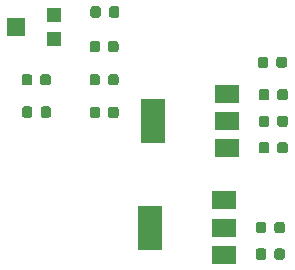
<source format=gbr>
G04 #@! TF.GenerationSoftware,KiCad,Pcbnew,(5.1.4)-1*
G04 #@! TF.CreationDate,2019-11-24T22:27:53-03:30*
G04 #@! TF.ProjectId,Striduino,53747269-6475-4696-9e6f-2e6b69636164,rev?*
G04 #@! TF.SameCoordinates,Original*
G04 #@! TF.FileFunction,Paste,Bot*
G04 #@! TF.FilePolarity,Positive*
%FSLAX46Y46*%
G04 Gerber Fmt 4.6, Leading zero omitted, Abs format (unit mm)*
G04 Created by KiCad (PCBNEW (5.1.4)-1) date 2019-11-24 22:27:53*
%MOMM*%
%LPD*%
G04 APERTURE LIST*
%ADD10C,0.100000*%
%ADD11C,0.875000*%
%ADD12R,2.000000X3.800000*%
%ADD13R,2.000000X1.500000*%
%ADD14R,1.200000X1.200000*%
%ADD15R,1.500000X1.600000*%
G04 APERTURE END LIST*
D10*
G36*
X129565191Y-135276053D02*
G01*
X129586426Y-135279203D01*
X129607250Y-135284419D01*
X129627462Y-135291651D01*
X129646868Y-135300830D01*
X129665281Y-135311866D01*
X129682524Y-135324654D01*
X129698430Y-135339070D01*
X129712846Y-135354976D01*
X129725634Y-135372219D01*
X129736670Y-135390632D01*
X129745849Y-135410038D01*
X129753081Y-135430250D01*
X129758297Y-135451074D01*
X129761447Y-135472309D01*
X129762500Y-135493750D01*
X129762500Y-136006250D01*
X129761447Y-136027691D01*
X129758297Y-136048926D01*
X129753081Y-136069750D01*
X129745849Y-136089962D01*
X129736670Y-136109368D01*
X129725634Y-136127781D01*
X129712846Y-136145024D01*
X129698430Y-136160930D01*
X129682524Y-136175346D01*
X129665281Y-136188134D01*
X129646868Y-136199170D01*
X129627462Y-136208349D01*
X129607250Y-136215581D01*
X129586426Y-136220797D01*
X129565191Y-136223947D01*
X129543750Y-136225000D01*
X129106250Y-136225000D01*
X129084809Y-136223947D01*
X129063574Y-136220797D01*
X129042750Y-136215581D01*
X129022538Y-136208349D01*
X129003132Y-136199170D01*
X128984719Y-136188134D01*
X128967476Y-136175346D01*
X128951570Y-136160930D01*
X128937154Y-136145024D01*
X128924366Y-136127781D01*
X128913330Y-136109368D01*
X128904151Y-136089962D01*
X128896919Y-136069750D01*
X128891703Y-136048926D01*
X128888553Y-136027691D01*
X128887500Y-136006250D01*
X128887500Y-135493750D01*
X128888553Y-135472309D01*
X128891703Y-135451074D01*
X128896919Y-135430250D01*
X128904151Y-135410038D01*
X128913330Y-135390632D01*
X128924366Y-135372219D01*
X128937154Y-135354976D01*
X128951570Y-135339070D01*
X128967476Y-135324654D01*
X128984719Y-135311866D01*
X129003132Y-135300830D01*
X129022538Y-135291651D01*
X129042750Y-135284419D01*
X129063574Y-135279203D01*
X129084809Y-135276053D01*
X129106250Y-135275000D01*
X129543750Y-135275000D01*
X129565191Y-135276053D01*
X129565191Y-135276053D01*
G37*
D11*
X129325000Y-135750000D03*
D10*
G36*
X127990191Y-135276053D02*
G01*
X128011426Y-135279203D01*
X128032250Y-135284419D01*
X128052462Y-135291651D01*
X128071868Y-135300830D01*
X128090281Y-135311866D01*
X128107524Y-135324654D01*
X128123430Y-135339070D01*
X128137846Y-135354976D01*
X128150634Y-135372219D01*
X128161670Y-135390632D01*
X128170849Y-135410038D01*
X128178081Y-135430250D01*
X128183297Y-135451074D01*
X128186447Y-135472309D01*
X128187500Y-135493750D01*
X128187500Y-136006250D01*
X128186447Y-136027691D01*
X128183297Y-136048926D01*
X128178081Y-136069750D01*
X128170849Y-136089962D01*
X128161670Y-136109368D01*
X128150634Y-136127781D01*
X128137846Y-136145024D01*
X128123430Y-136160930D01*
X128107524Y-136175346D01*
X128090281Y-136188134D01*
X128071868Y-136199170D01*
X128052462Y-136208349D01*
X128032250Y-136215581D01*
X128011426Y-136220797D01*
X127990191Y-136223947D01*
X127968750Y-136225000D01*
X127531250Y-136225000D01*
X127509809Y-136223947D01*
X127488574Y-136220797D01*
X127467750Y-136215581D01*
X127447538Y-136208349D01*
X127428132Y-136199170D01*
X127409719Y-136188134D01*
X127392476Y-136175346D01*
X127376570Y-136160930D01*
X127362154Y-136145024D01*
X127349366Y-136127781D01*
X127338330Y-136109368D01*
X127329151Y-136089962D01*
X127321919Y-136069750D01*
X127316703Y-136048926D01*
X127313553Y-136027691D01*
X127312500Y-136006250D01*
X127312500Y-135493750D01*
X127313553Y-135472309D01*
X127316703Y-135451074D01*
X127321919Y-135430250D01*
X127329151Y-135410038D01*
X127338330Y-135390632D01*
X127349366Y-135372219D01*
X127362154Y-135354976D01*
X127376570Y-135339070D01*
X127392476Y-135324654D01*
X127409719Y-135311866D01*
X127428132Y-135300830D01*
X127447538Y-135291651D01*
X127467750Y-135284419D01*
X127488574Y-135279203D01*
X127509809Y-135276053D01*
X127531250Y-135275000D01*
X127968750Y-135275000D01*
X127990191Y-135276053D01*
X127990191Y-135276053D01*
G37*
D11*
X127750000Y-135750000D03*
D10*
G36*
X128240191Y-126276053D02*
G01*
X128261426Y-126279203D01*
X128282250Y-126284419D01*
X128302462Y-126291651D01*
X128321868Y-126300830D01*
X128340281Y-126311866D01*
X128357524Y-126324654D01*
X128373430Y-126339070D01*
X128387846Y-126354976D01*
X128400634Y-126372219D01*
X128411670Y-126390632D01*
X128420849Y-126410038D01*
X128428081Y-126430250D01*
X128433297Y-126451074D01*
X128436447Y-126472309D01*
X128437500Y-126493750D01*
X128437500Y-127006250D01*
X128436447Y-127027691D01*
X128433297Y-127048926D01*
X128428081Y-127069750D01*
X128420849Y-127089962D01*
X128411670Y-127109368D01*
X128400634Y-127127781D01*
X128387846Y-127145024D01*
X128373430Y-127160930D01*
X128357524Y-127175346D01*
X128340281Y-127188134D01*
X128321868Y-127199170D01*
X128302462Y-127208349D01*
X128282250Y-127215581D01*
X128261426Y-127220797D01*
X128240191Y-127223947D01*
X128218750Y-127225000D01*
X127781250Y-127225000D01*
X127759809Y-127223947D01*
X127738574Y-127220797D01*
X127717750Y-127215581D01*
X127697538Y-127208349D01*
X127678132Y-127199170D01*
X127659719Y-127188134D01*
X127642476Y-127175346D01*
X127626570Y-127160930D01*
X127612154Y-127145024D01*
X127599366Y-127127781D01*
X127588330Y-127109368D01*
X127579151Y-127089962D01*
X127571919Y-127069750D01*
X127566703Y-127048926D01*
X127563553Y-127027691D01*
X127562500Y-127006250D01*
X127562500Y-126493750D01*
X127563553Y-126472309D01*
X127566703Y-126451074D01*
X127571919Y-126430250D01*
X127579151Y-126410038D01*
X127588330Y-126390632D01*
X127599366Y-126372219D01*
X127612154Y-126354976D01*
X127626570Y-126339070D01*
X127642476Y-126324654D01*
X127659719Y-126311866D01*
X127678132Y-126300830D01*
X127697538Y-126291651D01*
X127717750Y-126284419D01*
X127738574Y-126279203D01*
X127759809Y-126276053D01*
X127781250Y-126275000D01*
X128218750Y-126275000D01*
X128240191Y-126276053D01*
X128240191Y-126276053D01*
G37*
D11*
X128000000Y-126750000D03*
D10*
G36*
X129815191Y-126276053D02*
G01*
X129836426Y-126279203D01*
X129857250Y-126284419D01*
X129877462Y-126291651D01*
X129896868Y-126300830D01*
X129915281Y-126311866D01*
X129932524Y-126324654D01*
X129948430Y-126339070D01*
X129962846Y-126354976D01*
X129975634Y-126372219D01*
X129986670Y-126390632D01*
X129995849Y-126410038D01*
X130003081Y-126430250D01*
X130008297Y-126451074D01*
X130011447Y-126472309D01*
X130012500Y-126493750D01*
X130012500Y-127006250D01*
X130011447Y-127027691D01*
X130008297Y-127048926D01*
X130003081Y-127069750D01*
X129995849Y-127089962D01*
X129986670Y-127109368D01*
X129975634Y-127127781D01*
X129962846Y-127145024D01*
X129948430Y-127160930D01*
X129932524Y-127175346D01*
X129915281Y-127188134D01*
X129896868Y-127199170D01*
X129877462Y-127208349D01*
X129857250Y-127215581D01*
X129836426Y-127220797D01*
X129815191Y-127223947D01*
X129793750Y-127225000D01*
X129356250Y-127225000D01*
X129334809Y-127223947D01*
X129313574Y-127220797D01*
X129292750Y-127215581D01*
X129272538Y-127208349D01*
X129253132Y-127199170D01*
X129234719Y-127188134D01*
X129217476Y-127175346D01*
X129201570Y-127160930D01*
X129187154Y-127145024D01*
X129174366Y-127127781D01*
X129163330Y-127109368D01*
X129154151Y-127089962D01*
X129146919Y-127069750D01*
X129141703Y-127048926D01*
X129138553Y-127027691D01*
X129137500Y-127006250D01*
X129137500Y-126493750D01*
X129138553Y-126472309D01*
X129141703Y-126451074D01*
X129146919Y-126430250D01*
X129154151Y-126410038D01*
X129163330Y-126390632D01*
X129174366Y-126372219D01*
X129187154Y-126354976D01*
X129201570Y-126339070D01*
X129217476Y-126324654D01*
X129234719Y-126311866D01*
X129253132Y-126300830D01*
X129272538Y-126291651D01*
X129292750Y-126284419D01*
X129313574Y-126279203D01*
X129334809Y-126276053D01*
X129356250Y-126275000D01*
X129793750Y-126275000D01*
X129815191Y-126276053D01*
X129815191Y-126276053D01*
G37*
D11*
X129575000Y-126750000D03*
D10*
G36*
X127990191Y-133026053D02*
G01*
X128011426Y-133029203D01*
X128032250Y-133034419D01*
X128052462Y-133041651D01*
X128071868Y-133050830D01*
X128090281Y-133061866D01*
X128107524Y-133074654D01*
X128123430Y-133089070D01*
X128137846Y-133104976D01*
X128150634Y-133122219D01*
X128161670Y-133140632D01*
X128170849Y-133160038D01*
X128178081Y-133180250D01*
X128183297Y-133201074D01*
X128186447Y-133222309D01*
X128187500Y-133243750D01*
X128187500Y-133756250D01*
X128186447Y-133777691D01*
X128183297Y-133798926D01*
X128178081Y-133819750D01*
X128170849Y-133839962D01*
X128161670Y-133859368D01*
X128150634Y-133877781D01*
X128137846Y-133895024D01*
X128123430Y-133910930D01*
X128107524Y-133925346D01*
X128090281Y-133938134D01*
X128071868Y-133949170D01*
X128052462Y-133958349D01*
X128032250Y-133965581D01*
X128011426Y-133970797D01*
X127990191Y-133973947D01*
X127968750Y-133975000D01*
X127531250Y-133975000D01*
X127509809Y-133973947D01*
X127488574Y-133970797D01*
X127467750Y-133965581D01*
X127447538Y-133958349D01*
X127428132Y-133949170D01*
X127409719Y-133938134D01*
X127392476Y-133925346D01*
X127376570Y-133910930D01*
X127362154Y-133895024D01*
X127349366Y-133877781D01*
X127338330Y-133859368D01*
X127329151Y-133839962D01*
X127321919Y-133819750D01*
X127316703Y-133798926D01*
X127313553Y-133777691D01*
X127312500Y-133756250D01*
X127312500Y-133243750D01*
X127313553Y-133222309D01*
X127316703Y-133201074D01*
X127321919Y-133180250D01*
X127329151Y-133160038D01*
X127338330Y-133140632D01*
X127349366Y-133122219D01*
X127362154Y-133104976D01*
X127376570Y-133089070D01*
X127392476Y-133074654D01*
X127409719Y-133061866D01*
X127428132Y-133050830D01*
X127447538Y-133041651D01*
X127467750Y-133034419D01*
X127488574Y-133029203D01*
X127509809Y-133026053D01*
X127531250Y-133025000D01*
X127968750Y-133025000D01*
X127990191Y-133026053D01*
X127990191Y-133026053D01*
G37*
D11*
X127750000Y-133500000D03*
D10*
G36*
X129565191Y-133026053D02*
G01*
X129586426Y-133029203D01*
X129607250Y-133034419D01*
X129627462Y-133041651D01*
X129646868Y-133050830D01*
X129665281Y-133061866D01*
X129682524Y-133074654D01*
X129698430Y-133089070D01*
X129712846Y-133104976D01*
X129725634Y-133122219D01*
X129736670Y-133140632D01*
X129745849Y-133160038D01*
X129753081Y-133180250D01*
X129758297Y-133201074D01*
X129761447Y-133222309D01*
X129762500Y-133243750D01*
X129762500Y-133756250D01*
X129761447Y-133777691D01*
X129758297Y-133798926D01*
X129753081Y-133819750D01*
X129745849Y-133839962D01*
X129736670Y-133859368D01*
X129725634Y-133877781D01*
X129712846Y-133895024D01*
X129698430Y-133910930D01*
X129682524Y-133925346D01*
X129665281Y-133938134D01*
X129646868Y-133949170D01*
X129627462Y-133958349D01*
X129607250Y-133965581D01*
X129586426Y-133970797D01*
X129565191Y-133973947D01*
X129543750Y-133975000D01*
X129106250Y-133975000D01*
X129084809Y-133973947D01*
X129063574Y-133970797D01*
X129042750Y-133965581D01*
X129022538Y-133958349D01*
X129003132Y-133949170D01*
X128984719Y-133938134D01*
X128967476Y-133925346D01*
X128951570Y-133910930D01*
X128937154Y-133895024D01*
X128924366Y-133877781D01*
X128913330Y-133859368D01*
X128904151Y-133839962D01*
X128896919Y-133819750D01*
X128891703Y-133798926D01*
X128888553Y-133777691D01*
X128887500Y-133756250D01*
X128887500Y-133243750D01*
X128888553Y-133222309D01*
X128891703Y-133201074D01*
X128896919Y-133180250D01*
X128904151Y-133160038D01*
X128913330Y-133140632D01*
X128924366Y-133122219D01*
X128937154Y-133104976D01*
X128951570Y-133089070D01*
X128967476Y-133074654D01*
X128984719Y-133061866D01*
X129003132Y-133050830D01*
X129022538Y-133041651D01*
X129042750Y-133034419D01*
X129063574Y-133029203D01*
X129084809Y-133026053D01*
X129106250Y-133025000D01*
X129543750Y-133025000D01*
X129565191Y-133026053D01*
X129565191Y-133026053D01*
G37*
D11*
X129325000Y-133500000D03*
D10*
G36*
X128240191Y-124026053D02*
G01*
X128261426Y-124029203D01*
X128282250Y-124034419D01*
X128302462Y-124041651D01*
X128321868Y-124050830D01*
X128340281Y-124061866D01*
X128357524Y-124074654D01*
X128373430Y-124089070D01*
X128387846Y-124104976D01*
X128400634Y-124122219D01*
X128411670Y-124140632D01*
X128420849Y-124160038D01*
X128428081Y-124180250D01*
X128433297Y-124201074D01*
X128436447Y-124222309D01*
X128437500Y-124243750D01*
X128437500Y-124756250D01*
X128436447Y-124777691D01*
X128433297Y-124798926D01*
X128428081Y-124819750D01*
X128420849Y-124839962D01*
X128411670Y-124859368D01*
X128400634Y-124877781D01*
X128387846Y-124895024D01*
X128373430Y-124910930D01*
X128357524Y-124925346D01*
X128340281Y-124938134D01*
X128321868Y-124949170D01*
X128302462Y-124958349D01*
X128282250Y-124965581D01*
X128261426Y-124970797D01*
X128240191Y-124973947D01*
X128218750Y-124975000D01*
X127781250Y-124975000D01*
X127759809Y-124973947D01*
X127738574Y-124970797D01*
X127717750Y-124965581D01*
X127697538Y-124958349D01*
X127678132Y-124949170D01*
X127659719Y-124938134D01*
X127642476Y-124925346D01*
X127626570Y-124910930D01*
X127612154Y-124895024D01*
X127599366Y-124877781D01*
X127588330Y-124859368D01*
X127579151Y-124839962D01*
X127571919Y-124819750D01*
X127566703Y-124798926D01*
X127563553Y-124777691D01*
X127562500Y-124756250D01*
X127562500Y-124243750D01*
X127563553Y-124222309D01*
X127566703Y-124201074D01*
X127571919Y-124180250D01*
X127579151Y-124160038D01*
X127588330Y-124140632D01*
X127599366Y-124122219D01*
X127612154Y-124104976D01*
X127626570Y-124089070D01*
X127642476Y-124074654D01*
X127659719Y-124061866D01*
X127678132Y-124050830D01*
X127697538Y-124041651D01*
X127717750Y-124034419D01*
X127738574Y-124029203D01*
X127759809Y-124026053D01*
X127781250Y-124025000D01*
X128218750Y-124025000D01*
X128240191Y-124026053D01*
X128240191Y-124026053D01*
G37*
D11*
X128000000Y-124500000D03*
D10*
G36*
X129815191Y-124026053D02*
G01*
X129836426Y-124029203D01*
X129857250Y-124034419D01*
X129877462Y-124041651D01*
X129896868Y-124050830D01*
X129915281Y-124061866D01*
X129932524Y-124074654D01*
X129948430Y-124089070D01*
X129962846Y-124104976D01*
X129975634Y-124122219D01*
X129986670Y-124140632D01*
X129995849Y-124160038D01*
X130003081Y-124180250D01*
X130008297Y-124201074D01*
X130011447Y-124222309D01*
X130012500Y-124243750D01*
X130012500Y-124756250D01*
X130011447Y-124777691D01*
X130008297Y-124798926D01*
X130003081Y-124819750D01*
X129995849Y-124839962D01*
X129986670Y-124859368D01*
X129975634Y-124877781D01*
X129962846Y-124895024D01*
X129948430Y-124910930D01*
X129932524Y-124925346D01*
X129915281Y-124938134D01*
X129896868Y-124949170D01*
X129877462Y-124958349D01*
X129857250Y-124965581D01*
X129836426Y-124970797D01*
X129815191Y-124973947D01*
X129793750Y-124975000D01*
X129356250Y-124975000D01*
X129334809Y-124973947D01*
X129313574Y-124970797D01*
X129292750Y-124965581D01*
X129272538Y-124958349D01*
X129253132Y-124949170D01*
X129234719Y-124938134D01*
X129217476Y-124925346D01*
X129201570Y-124910930D01*
X129187154Y-124895024D01*
X129174366Y-124877781D01*
X129163330Y-124859368D01*
X129154151Y-124839962D01*
X129146919Y-124819750D01*
X129141703Y-124798926D01*
X129138553Y-124777691D01*
X129137500Y-124756250D01*
X129137500Y-124243750D01*
X129138553Y-124222309D01*
X129141703Y-124201074D01*
X129146919Y-124180250D01*
X129154151Y-124160038D01*
X129163330Y-124140632D01*
X129174366Y-124122219D01*
X129187154Y-124104976D01*
X129201570Y-124089070D01*
X129217476Y-124074654D01*
X129234719Y-124061866D01*
X129253132Y-124050830D01*
X129272538Y-124041651D01*
X129292750Y-124034419D01*
X129313574Y-124029203D01*
X129334809Y-124026053D01*
X129356250Y-124025000D01*
X129793750Y-124025000D01*
X129815191Y-124026053D01*
X129815191Y-124026053D01*
G37*
D11*
X129575000Y-124500000D03*
D10*
G36*
X129815192Y-121776053D02*
G01*
X129836427Y-121779203D01*
X129857251Y-121784419D01*
X129877463Y-121791651D01*
X129896869Y-121800830D01*
X129915282Y-121811866D01*
X129932525Y-121824654D01*
X129948431Y-121839070D01*
X129962847Y-121854976D01*
X129975635Y-121872219D01*
X129986671Y-121890632D01*
X129995850Y-121910038D01*
X130003082Y-121930250D01*
X130008298Y-121951074D01*
X130011448Y-121972309D01*
X130012501Y-121993750D01*
X130012501Y-122506250D01*
X130011448Y-122527691D01*
X130008298Y-122548926D01*
X130003082Y-122569750D01*
X129995850Y-122589962D01*
X129986671Y-122609368D01*
X129975635Y-122627781D01*
X129962847Y-122645024D01*
X129948431Y-122660930D01*
X129932525Y-122675346D01*
X129915282Y-122688134D01*
X129896869Y-122699170D01*
X129877463Y-122708349D01*
X129857251Y-122715581D01*
X129836427Y-122720797D01*
X129815192Y-122723947D01*
X129793751Y-122725000D01*
X129356251Y-122725000D01*
X129334810Y-122723947D01*
X129313575Y-122720797D01*
X129292751Y-122715581D01*
X129272539Y-122708349D01*
X129253133Y-122699170D01*
X129234720Y-122688134D01*
X129217477Y-122675346D01*
X129201571Y-122660930D01*
X129187155Y-122645024D01*
X129174367Y-122627781D01*
X129163331Y-122609368D01*
X129154152Y-122589962D01*
X129146920Y-122569750D01*
X129141704Y-122548926D01*
X129138554Y-122527691D01*
X129137501Y-122506250D01*
X129137501Y-121993750D01*
X129138554Y-121972309D01*
X129141704Y-121951074D01*
X129146920Y-121930250D01*
X129154152Y-121910038D01*
X129163331Y-121890632D01*
X129174367Y-121872219D01*
X129187155Y-121854976D01*
X129201571Y-121839070D01*
X129217477Y-121824654D01*
X129234720Y-121811866D01*
X129253133Y-121800830D01*
X129272539Y-121791651D01*
X129292751Y-121784419D01*
X129313575Y-121779203D01*
X129334810Y-121776053D01*
X129356251Y-121775000D01*
X129793751Y-121775000D01*
X129815192Y-121776053D01*
X129815192Y-121776053D01*
G37*
D11*
X129575001Y-122250000D03*
D10*
G36*
X128240192Y-121776053D02*
G01*
X128261427Y-121779203D01*
X128282251Y-121784419D01*
X128302463Y-121791651D01*
X128321869Y-121800830D01*
X128340282Y-121811866D01*
X128357525Y-121824654D01*
X128373431Y-121839070D01*
X128387847Y-121854976D01*
X128400635Y-121872219D01*
X128411671Y-121890632D01*
X128420850Y-121910038D01*
X128428082Y-121930250D01*
X128433298Y-121951074D01*
X128436448Y-121972309D01*
X128437501Y-121993750D01*
X128437501Y-122506250D01*
X128436448Y-122527691D01*
X128433298Y-122548926D01*
X128428082Y-122569750D01*
X128420850Y-122589962D01*
X128411671Y-122609368D01*
X128400635Y-122627781D01*
X128387847Y-122645024D01*
X128373431Y-122660930D01*
X128357525Y-122675346D01*
X128340282Y-122688134D01*
X128321869Y-122699170D01*
X128302463Y-122708349D01*
X128282251Y-122715581D01*
X128261427Y-122720797D01*
X128240192Y-122723947D01*
X128218751Y-122725000D01*
X127781251Y-122725000D01*
X127759810Y-122723947D01*
X127738575Y-122720797D01*
X127717751Y-122715581D01*
X127697539Y-122708349D01*
X127678133Y-122699170D01*
X127659720Y-122688134D01*
X127642477Y-122675346D01*
X127626571Y-122660930D01*
X127612155Y-122645024D01*
X127599367Y-122627781D01*
X127588331Y-122609368D01*
X127579152Y-122589962D01*
X127571920Y-122569750D01*
X127566704Y-122548926D01*
X127563554Y-122527691D01*
X127562501Y-122506250D01*
X127562501Y-121993750D01*
X127563554Y-121972309D01*
X127566704Y-121951074D01*
X127571920Y-121930250D01*
X127579152Y-121910038D01*
X127588331Y-121890632D01*
X127599367Y-121872219D01*
X127612155Y-121854976D01*
X127626571Y-121839070D01*
X127642477Y-121824654D01*
X127659720Y-121811866D01*
X127678133Y-121800830D01*
X127697539Y-121791651D01*
X127717751Y-121784419D01*
X127738575Y-121779203D01*
X127759810Y-121776053D01*
X127781251Y-121775000D01*
X128218751Y-121775000D01*
X128240192Y-121776053D01*
X128240192Y-121776053D01*
G37*
D11*
X128000001Y-122250000D03*
D10*
G36*
X115565192Y-114776053D02*
G01*
X115586427Y-114779203D01*
X115607251Y-114784419D01*
X115627463Y-114791651D01*
X115646869Y-114800830D01*
X115665282Y-114811866D01*
X115682525Y-114824654D01*
X115698431Y-114839070D01*
X115712847Y-114854976D01*
X115725635Y-114872219D01*
X115736671Y-114890632D01*
X115745850Y-114910038D01*
X115753082Y-114930250D01*
X115758298Y-114951074D01*
X115761448Y-114972309D01*
X115762501Y-114993750D01*
X115762501Y-115506250D01*
X115761448Y-115527691D01*
X115758298Y-115548926D01*
X115753082Y-115569750D01*
X115745850Y-115589962D01*
X115736671Y-115609368D01*
X115725635Y-115627781D01*
X115712847Y-115645024D01*
X115698431Y-115660930D01*
X115682525Y-115675346D01*
X115665282Y-115688134D01*
X115646869Y-115699170D01*
X115627463Y-115708349D01*
X115607251Y-115715581D01*
X115586427Y-115720797D01*
X115565192Y-115723947D01*
X115543751Y-115725000D01*
X115106251Y-115725000D01*
X115084810Y-115723947D01*
X115063575Y-115720797D01*
X115042751Y-115715581D01*
X115022539Y-115708349D01*
X115003133Y-115699170D01*
X114984720Y-115688134D01*
X114967477Y-115675346D01*
X114951571Y-115660930D01*
X114937155Y-115645024D01*
X114924367Y-115627781D01*
X114913331Y-115609368D01*
X114904152Y-115589962D01*
X114896920Y-115569750D01*
X114891704Y-115548926D01*
X114888554Y-115527691D01*
X114887501Y-115506250D01*
X114887501Y-114993750D01*
X114888554Y-114972309D01*
X114891704Y-114951074D01*
X114896920Y-114930250D01*
X114904152Y-114910038D01*
X114913331Y-114890632D01*
X114924367Y-114872219D01*
X114937155Y-114854976D01*
X114951571Y-114839070D01*
X114967477Y-114824654D01*
X114984720Y-114811866D01*
X115003133Y-114800830D01*
X115022539Y-114791651D01*
X115042751Y-114784419D01*
X115063575Y-114779203D01*
X115084810Y-114776053D01*
X115106251Y-114775000D01*
X115543751Y-114775000D01*
X115565192Y-114776053D01*
X115565192Y-114776053D01*
G37*
D11*
X115325001Y-115250000D03*
D10*
G36*
X113990192Y-114776053D02*
G01*
X114011427Y-114779203D01*
X114032251Y-114784419D01*
X114052463Y-114791651D01*
X114071869Y-114800830D01*
X114090282Y-114811866D01*
X114107525Y-114824654D01*
X114123431Y-114839070D01*
X114137847Y-114854976D01*
X114150635Y-114872219D01*
X114161671Y-114890632D01*
X114170850Y-114910038D01*
X114178082Y-114930250D01*
X114183298Y-114951074D01*
X114186448Y-114972309D01*
X114187501Y-114993750D01*
X114187501Y-115506250D01*
X114186448Y-115527691D01*
X114183298Y-115548926D01*
X114178082Y-115569750D01*
X114170850Y-115589962D01*
X114161671Y-115609368D01*
X114150635Y-115627781D01*
X114137847Y-115645024D01*
X114123431Y-115660930D01*
X114107525Y-115675346D01*
X114090282Y-115688134D01*
X114071869Y-115699170D01*
X114052463Y-115708349D01*
X114032251Y-115715581D01*
X114011427Y-115720797D01*
X113990192Y-115723947D01*
X113968751Y-115725000D01*
X113531251Y-115725000D01*
X113509810Y-115723947D01*
X113488575Y-115720797D01*
X113467751Y-115715581D01*
X113447539Y-115708349D01*
X113428133Y-115699170D01*
X113409720Y-115688134D01*
X113392477Y-115675346D01*
X113376571Y-115660930D01*
X113362155Y-115645024D01*
X113349367Y-115627781D01*
X113338331Y-115609368D01*
X113329152Y-115589962D01*
X113321920Y-115569750D01*
X113316704Y-115548926D01*
X113313554Y-115527691D01*
X113312501Y-115506250D01*
X113312501Y-114993750D01*
X113313554Y-114972309D01*
X113316704Y-114951074D01*
X113321920Y-114930250D01*
X113329152Y-114910038D01*
X113338331Y-114890632D01*
X113349367Y-114872219D01*
X113362155Y-114854976D01*
X113376571Y-114839070D01*
X113392477Y-114824654D01*
X113409720Y-114811866D01*
X113428133Y-114800830D01*
X113447539Y-114791651D01*
X113467751Y-114784419D01*
X113488575Y-114779203D01*
X113509810Y-114776053D01*
X113531251Y-114775000D01*
X113968751Y-114775000D01*
X113990192Y-114776053D01*
X113990192Y-114776053D01*
G37*
D11*
X113750001Y-115250000D03*
D10*
G36*
X113915191Y-120526052D02*
G01*
X113936426Y-120529202D01*
X113957250Y-120534418D01*
X113977462Y-120541650D01*
X113996868Y-120550829D01*
X114015281Y-120561865D01*
X114032524Y-120574653D01*
X114048430Y-120589069D01*
X114062846Y-120604975D01*
X114075634Y-120622218D01*
X114086670Y-120640631D01*
X114095849Y-120660037D01*
X114103081Y-120680249D01*
X114108297Y-120701073D01*
X114111447Y-120722308D01*
X114112500Y-120743749D01*
X114112500Y-121256249D01*
X114111447Y-121277690D01*
X114108297Y-121298925D01*
X114103081Y-121319749D01*
X114095849Y-121339961D01*
X114086670Y-121359367D01*
X114075634Y-121377780D01*
X114062846Y-121395023D01*
X114048430Y-121410929D01*
X114032524Y-121425345D01*
X114015281Y-121438133D01*
X113996868Y-121449169D01*
X113977462Y-121458348D01*
X113957250Y-121465580D01*
X113936426Y-121470796D01*
X113915191Y-121473946D01*
X113893750Y-121474999D01*
X113456250Y-121474999D01*
X113434809Y-121473946D01*
X113413574Y-121470796D01*
X113392750Y-121465580D01*
X113372538Y-121458348D01*
X113353132Y-121449169D01*
X113334719Y-121438133D01*
X113317476Y-121425345D01*
X113301570Y-121410929D01*
X113287154Y-121395023D01*
X113274366Y-121377780D01*
X113263330Y-121359367D01*
X113254151Y-121339961D01*
X113246919Y-121319749D01*
X113241703Y-121298925D01*
X113238553Y-121277690D01*
X113237500Y-121256249D01*
X113237500Y-120743749D01*
X113238553Y-120722308D01*
X113241703Y-120701073D01*
X113246919Y-120680249D01*
X113254151Y-120660037D01*
X113263330Y-120640631D01*
X113274366Y-120622218D01*
X113287154Y-120604975D01*
X113301570Y-120589069D01*
X113317476Y-120574653D01*
X113334719Y-120561865D01*
X113353132Y-120550829D01*
X113372538Y-120541650D01*
X113392750Y-120534418D01*
X113413574Y-120529202D01*
X113434809Y-120526052D01*
X113456250Y-120524999D01*
X113893750Y-120524999D01*
X113915191Y-120526052D01*
X113915191Y-120526052D01*
G37*
D11*
X113675000Y-120999999D03*
D10*
G36*
X115490191Y-120526052D02*
G01*
X115511426Y-120529202D01*
X115532250Y-120534418D01*
X115552462Y-120541650D01*
X115571868Y-120550829D01*
X115590281Y-120561865D01*
X115607524Y-120574653D01*
X115623430Y-120589069D01*
X115637846Y-120604975D01*
X115650634Y-120622218D01*
X115661670Y-120640631D01*
X115670849Y-120660037D01*
X115678081Y-120680249D01*
X115683297Y-120701073D01*
X115686447Y-120722308D01*
X115687500Y-120743749D01*
X115687500Y-121256249D01*
X115686447Y-121277690D01*
X115683297Y-121298925D01*
X115678081Y-121319749D01*
X115670849Y-121339961D01*
X115661670Y-121359367D01*
X115650634Y-121377780D01*
X115637846Y-121395023D01*
X115623430Y-121410929D01*
X115607524Y-121425345D01*
X115590281Y-121438133D01*
X115571868Y-121449169D01*
X115552462Y-121458348D01*
X115532250Y-121465580D01*
X115511426Y-121470796D01*
X115490191Y-121473946D01*
X115468750Y-121474999D01*
X115031250Y-121474999D01*
X115009809Y-121473946D01*
X114988574Y-121470796D01*
X114967750Y-121465580D01*
X114947538Y-121458348D01*
X114928132Y-121449169D01*
X114909719Y-121438133D01*
X114892476Y-121425345D01*
X114876570Y-121410929D01*
X114862154Y-121395023D01*
X114849366Y-121377780D01*
X114838330Y-121359367D01*
X114829151Y-121339961D01*
X114821919Y-121319749D01*
X114816703Y-121298925D01*
X114813553Y-121277690D01*
X114812500Y-121256249D01*
X114812500Y-120743749D01*
X114813553Y-120722308D01*
X114816703Y-120701073D01*
X114821919Y-120680249D01*
X114829151Y-120660037D01*
X114838330Y-120640631D01*
X114849366Y-120622218D01*
X114862154Y-120604975D01*
X114876570Y-120589069D01*
X114892476Y-120574653D01*
X114909719Y-120561865D01*
X114928132Y-120550829D01*
X114947538Y-120541650D01*
X114967750Y-120534418D01*
X114988574Y-120529202D01*
X115009809Y-120526052D01*
X115031250Y-120524999D01*
X115468750Y-120524999D01*
X115490191Y-120526052D01*
X115490191Y-120526052D01*
G37*
D11*
X115250000Y-120999999D03*
D10*
G36*
X109765191Y-123251053D02*
G01*
X109786426Y-123254203D01*
X109807250Y-123259419D01*
X109827462Y-123266651D01*
X109846868Y-123275830D01*
X109865281Y-123286866D01*
X109882524Y-123299654D01*
X109898430Y-123314070D01*
X109912846Y-123329976D01*
X109925634Y-123347219D01*
X109936670Y-123365632D01*
X109945849Y-123385038D01*
X109953081Y-123405250D01*
X109958297Y-123426074D01*
X109961447Y-123447309D01*
X109962500Y-123468750D01*
X109962500Y-123981250D01*
X109961447Y-124002691D01*
X109958297Y-124023926D01*
X109953081Y-124044750D01*
X109945849Y-124064962D01*
X109936670Y-124084368D01*
X109925634Y-124102781D01*
X109912846Y-124120024D01*
X109898430Y-124135930D01*
X109882524Y-124150346D01*
X109865281Y-124163134D01*
X109846868Y-124174170D01*
X109827462Y-124183349D01*
X109807250Y-124190581D01*
X109786426Y-124195797D01*
X109765191Y-124198947D01*
X109743750Y-124200000D01*
X109306250Y-124200000D01*
X109284809Y-124198947D01*
X109263574Y-124195797D01*
X109242750Y-124190581D01*
X109222538Y-124183349D01*
X109203132Y-124174170D01*
X109184719Y-124163134D01*
X109167476Y-124150346D01*
X109151570Y-124135930D01*
X109137154Y-124120024D01*
X109124366Y-124102781D01*
X109113330Y-124084368D01*
X109104151Y-124064962D01*
X109096919Y-124044750D01*
X109091703Y-124023926D01*
X109088553Y-124002691D01*
X109087500Y-123981250D01*
X109087500Y-123468750D01*
X109088553Y-123447309D01*
X109091703Y-123426074D01*
X109096919Y-123405250D01*
X109104151Y-123385038D01*
X109113330Y-123365632D01*
X109124366Y-123347219D01*
X109137154Y-123329976D01*
X109151570Y-123314070D01*
X109167476Y-123299654D01*
X109184719Y-123286866D01*
X109203132Y-123275830D01*
X109222538Y-123266651D01*
X109242750Y-123259419D01*
X109263574Y-123254203D01*
X109284809Y-123251053D01*
X109306250Y-123250000D01*
X109743750Y-123250000D01*
X109765191Y-123251053D01*
X109765191Y-123251053D01*
G37*
D11*
X109525000Y-123725000D03*
D10*
G36*
X108190191Y-123251053D02*
G01*
X108211426Y-123254203D01*
X108232250Y-123259419D01*
X108252462Y-123266651D01*
X108271868Y-123275830D01*
X108290281Y-123286866D01*
X108307524Y-123299654D01*
X108323430Y-123314070D01*
X108337846Y-123329976D01*
X108350634Y-123347219D01*
X108361670Y-123365632D01*
X108370849Y-123385038D01*
X108378081Y-123405250D01*
X108383297Y-123426074D01*
X108386447Y-123447309D01*
X108387500Y-123468750D01*
X108387500Y-123981250D01*
X108386447Y-124002691D01*
X108383297Y-124023926D01*
X108378081Y-124044750D01*
X108370849Y-124064962D01*
X108361670Y-124084368D01*
X108350634Y-124102781D01*
X108337846Y-124120024D01*
X108323430Y-124135930D01*
X108307524Y-124150346D01*
X108290281Y-124163134D01*
X108271868Y-124174170D01*
X108252462Y-124183349D01*
X108232250Y-124190581D01*
X108211426Y-124195797D01*
X108190191Y-124198947D01*
X108168750Y-124200000D01*
X107731250Y-124200000D01*
X107709809Y-124198947D01*
X107688574Y-124195797D01*
X107667750Y-124190581D01*
X107647538Y-124183349D01*
X107628132Y-124174170D01*
X107609719Y-124163134D01*
X107592476Y-124150346D01*
X107576570Y-124135930D01*
X107562154Y-124120024D01*
X107549366Y-124102781D01*
X107538330Y-124084368D01*
X107529151Y-124064962D01*
X107521919Y-124044750D01*
X107516703Y-124023926D01*
X107513553Y-124002691D01*
X107512500Y-123981250D01*
X107512500Y-123468750D01*
X107513553Y-123447309D01*
X107516703Y-123426074D01*
X107521919Y-123405250D01*
X107529151Y-123385038D01*
X107538330Y-123365632D01*
X107549366Y-123347219D01*
X107562154Y-123329976D01*
X107576570Y-123314070D01*
X107592476Y-123299654D01*
X107609719Y-123286866D01*
X107628132Y-123275830D01*
X107647538Y-123266651D01*
X107667750Y-123259419D01*
X107688574Y-123254203D01*
X107709809Y-123251053D01*
X107731250Y-123250000D01*
X108168750Y-123250000D01*
X108190191Y-123251053D01*
X108190191Y-123251053D01*
G37*
D11*
X107950000Y-123725000D03*
D10*
G36*
X115490191Y-123276053D02*
G01*
X115511426Y-123279203D01*
X115532250Y-123284419D01*
X115552462Y-123291651D01*
X115571868Y-123300830D01*
X115590281Y-123311866D01*
X115607524Y-123324654D01*
X115623430Y-123339070D01*
X115637846Y-123354976D01*
X115650634Y-123372219D01*
X115661670Y-123390632D01*
X115670849Y-123410038D01*
X115678081Y-123430250D01*
X115683297Y-123451074D01*
X115686447Y-123472309D01*
X115687500Y-123493750D01*
X115687500Y-124006250D01*
X115686447Y-124027691D01*
X115683297Y-124048926D01*
X115678081Y-124069750D01*
X115670849Y-124089962D01*
X115661670Y-124109368D01*
X115650634Y-124127781D01*
X115637846Y-124145024D01*
X115623430Y-124160930D01*
X115607524Y-124175346D01*
X115590281Y-124188134D01*
X115571868Y-124199170D01*
X115552462Y-124208349D01*
X115532250Y-124215581D01*
X115511426Y-124220797D01*
X115490191Y-124223947D01*
X115468750Y-124225000D01*
X115031250Y-124225000D01*
X115009809Y-124223947D01*
X114988574Y-124220797D01*
X114967750Y-124215581D01*
X114947538Y-124208349D01*
X114928132Y-124199170D01*
X114909719Y-124188134D01*
X114892476Y-124175346D01*
X114876570Y-124160930D01*
X114862154Y-124145024D01*
X114849366Y-124127781D01*
X114838330Y-124109368D01*
X114829151Y-124089962D01*
X114821919Y-124069750D01*
X114816703Y-124048926D01*
X114813553Y-124027691D01*
X114812500Y-124006250D01*
X114812500Y-123493750D01*
X114813553Y-123472309D01*
X114816703Y-123451074D01*
X114821919Y-123430250D01*
X114829151Y-123410038D01*
X114838330Y-123390632D01*
X114849366Y-123372219D01*
X114862154Y-123354976D01*
X114876570Y-123339070D01*
X114892476Y-123324654D01*
X114909719Y-123311866D01*
X114928132Y-123300830D01*
X114947538Y-123291651D01*
X114967750Y-123284419D01*
X114988574Y-123279203D01*
X115009809Y-123276053D01*
X115031250Y-123275000D01*
X115468750Y-123275000D01*
X115490191Y-123276053D01*
X115490191Y-123276053D01*
G37*
D11*
X115250000Y-123750000D03*
D10*
G36*
X113915191Y-123276053D02*
G01*
X113936426Y-123279203D01*
X113957250Y-123284419D01*
X113977462Y-123291651D01*
X113996868Y-123300830D01*
X114015281Y-123311866D01*
X114032524Y-123324654D01*
X114048430Y-123339070D01*
X114062846Y-123354976D01*
X114075634Y-123372219D01*
X114086670Y-123390632D01*
X114095849Y-123410038D01*
X114103081Y-123430250D01*
X114108297Y-123451074D01*
X114111447Y-123472309D01*
X114112500Y-123493750D01*
X114112500Y-124006250D01*
X114111447Y-124027691D01*
X114108297Y-124048926D01*
X114103081Y-124069750D01*
X114095849Y-124089962D01*
X114086670Y-124109368D01*
X114075634Y-124127781D01*
X114062846Y-124145024D01*
X114048430Y-124160930D01*
X114032524Y-124175346D01*
X114015281Y-124188134D01*
X113996868Y-124199170D01*
X113977462Y-124208349D01*
X113957250Y-124215581D01*
X113936426Y-124220797D01*
X113915191Y-124223947D01*
X113893750Y-124225000D01*
X113456250Y-124225000D01*
X113434809Y-124223947D01*
X113413574Y-124220797D01*
X113392750Y-124215581D01*
X113372538Y-124208349D01*
X113353132Y-124199170D01*
X113334719Y-124188134D01*
X113317476Y-124175346D01*
X113301570Y-124160930D01*
X113287154Y-124145024D01*
X113274366Y-124127781D01*
X113263330Y-124109368D01*
X113254151Y-124089962D01*
X113246919Y-124069750D01*
X113241703Y-124048926D01*
X113238553Y-124027691D01*
X113237500Y-124006250D01*
X113237500Y-123493750D01*
X113238553Y-123472309D01*
X113241703Y-123451074D01*
X113246919Y-123430250D01*
X113254151Y-123410038D01*
X113263330Y-123390632D01*
X113274366Y-123372219D01*
X113287154Y-123354976D01*
X113301570Y-123339070D01*
X113317476Y-123324654D01*
X113334719Y-123311866D01*
X113353132Y-123300830D01*
X113372538Y-123291651D01*
X113392750Y-123284419D01*
X113413574Y-123279203D01*
X113434809Y-123276053D01*
X113456250Y-123275000D01*
X113893750Y-123275000D01*
X113915191Y-123276053D01*
X113915191Y-123276053D01*
G37*
D11*
X113675000Y-123750000D03*
D10*
G36*
X128165190Y-119026053D02*
G01*
X128186425Y-119029203D01*
X128207249Y-119034419D01*
X128227461Y-119041651D01*
X128246867Y-119050830D01*
X128265280Y-119061866D01*
X128282523Y-119074654D01*
X128298429Y-119089070D01*
X128312845Y-119104976D01*
X128325633Y-119122219D01*
X128336669Y-119140632D01*
X128345848Y-119160038D01*
X128353080Y-119180250D01*
X128358296Y-119201074D01*
X128361446Y-119222309D01*
X128362499Y-119243750D01*
X128362499Y-119756250D01*
X128361446Y-119777691D01*
X128358296Y-119798926D01*
X128353080Y-119819750D01*
X128345848Y-119839962D01*
X128336669Y-119859368D01*
X128325633Y-119877781D01*
X128312845Y-119895024D01*
X128298429Y-119910930D01*
X128282523Y-119925346D01*
X128265280Y-119938134D01*
X128246867Y-119949170D01*
X128227461Y-119958349D01*
X128207249Y-119965581D01*
X128186425Y-119970797D01*
X128165190Y-119973947D01*
X128143749Y-119975000D01*
X127706249Y-119975000D01*
X127684808Y-119973947D01*
X127663573Y-119970797D01*
X127642749Y-119965581D01*
X127622537Y-119958349D01*
X127603131Y-119949170D01*
X127584718Y-119938134D01*
X127567475Y-119925346D01*
X127551569Y-119910930D01*
X127537153Y-119895024D01*
X127524365Y-119877781D01*
X127513329Y-119859368D01*
X127504150Y-119839962D01*
X127496918Y-119819750D01*
X127491702Y-119798926D01*
X127488552Y-119777691D01*
X127487499Y-119756250D01*
X127487499Y-119243750D01*
X127488552Y-119222309D01*
X127491702Y-119201074D01*
X127496918Y-119180250D01*
X127504150Y-119160038D01*
X127513329Y-119140632D01*
X127524365Y-119122219D01*
X127537153Y-119104976D01*
X127551569Y-119089070D01*
X127567475Y-119074654D01*
X127584718Y-119061866D01*
X127603131Y-119050830D01*
X127622537Y-119041651D01*
X127642749Y-119034419D01*
X127663573Y-119029203D01*
X127684808Y-119026053D01*
X127706249Y-119025000D01*
X128143749Y-119025000D01*
X128165190Y-119026053D01*
X128165190Y-119026053D01*
G37*
D11*
X127924999Y-119500000D03*
D10*
G36*
X129740190Y-119026053D02*
G01*
X129761425Y-119029203D01*
X129782249Y-119034419D01*
X129802461Y-119041651D01*
X129821867Y-119050830D01*
X129840280Y-119061866D01*
X129857523Y-119074654D01*
X129873429Y-119089070D01*
X129887845Y-119104976D01*
X129900633Y-119122219D01*
X129911669Y-119140632D01*
X129920848Y-119160038D01*
X129928080Y-119180250D01*
X129933296Y-119201074D01*
X129936446Y-119222309D01*
X129937499Y-119243750D01*
X129937499Y-119756250D01*
X129936446Y-119777691D01*
X129933296Y-119798926D01*
X129928080Y-119819750D01*
X129920848Y-119839962D01*
X129911669Y-119859368D01*
X129900633Y-119877781D01*
X129887845Y-119895024D01*
X129873429Y-119910930D01*
X129857523Y-119925346D01*
X129840280Y-119938134D01*
X129821867Y-119949170D01*
X129802461Y-119958349D01*
X129782249Y-119965581D01*
X129761425Y-119970797D01*
X129740190Y-119973947D01*
X129718749Y-119975000D01*
X129281249Y-119975000D01*
X129259808Y-119973947D01*
X129238573Y-119970797D01*
X129217749Y-119965581D01*
X129197537Y-119958349D01*
X129178131Y-119949170D01*
X129159718Y-119938134D01*
X129142475Y-119925346D01*
X129126569Y-119910930D01*
X129112153Y-119895024D01*
X129099365Y-119877781D01*
X129088329Y-119859368D01*
X129079150Y-119839962D01*
X129071918Y-119819750D01*
X129066702Y-119798926D01*
X129063552Y-119777691D01*
X129062499Y-119756250D01*
X129062499Y-119243750D01*
X129063552Y-119222309D01*
X129066702Y-119201074D01*
X129071918Y-119180250D01*
X129079150Y-119160038D01*
X129088329Y-119140632D01*
X129099365Y-119122219D01*
X129112153Y-119104976D01*
X129126569Y-119089070D01*
X129142475Y-119074654D01*
X129159718Y-119061866D01*
X129178131Y-119050830D01*
X129197537Y-119041651D01*
X129217749Y-119034419D01*
X129238573Y-119029203D01*
X129259808Y-119026053D01*
X129281249Y-119025000D01*
X129718749Y-119025000D01*
X129740190Y-119026053D01*
X129740190Y-119026053D01*
G37*
D11*
X129499999Y-119500000D03*
D10*
G36*
X115490191Y-117711052D02*
G01*
X115511426Y-117714202D01*
X115532250Y-117719418D01*
X115552462Y-117726650D01*
X115571868Y-117735829D01*
X115590281Y-117746865D01*
X115607524Y-117759653D01*
X115623430Y-117774069D01*
X115637846Y-117789975D01*
X115650634Y-117807218D01*
X115661670Y-117825631D01*
X115670849Y-117845037D01*
X115678081Y-117865249D01*
X115683297Y-117886073D01*
X115686447Y-117907308D01*
X115687500Y-117928749D01*
X115687500Y-118441249D01*
X115686447Y-118462690D01*
X115683297Y-118483925D01*
X115678081Y-118504749D01*
X115670849Y-118524961D01*
X115661670Y-118544367D01*
X115650634Y-118562780D01*
X115637846Y-118580023D01*
X115623430Y-118595929D01*
X115607524Y-118610345D01*
X115590281Y-118623133D01*
X115571868Y-118634169D01*
X115552462Y-118643348D01*
X115532250Y-118650580D01*
X115511426Y-118655796D01*
X115490191Y-118658946D01*
X115468750Y-118659999D01*
X115031250Y-118659999D01*
X115009809Y-118658946D01*
X114988574Y-118655796D01*
X114967750Y-118650580D01*
X114947538Y-118643348D01*
X114928132Y-118634169D01*
X114909719Y-118623133D01*
X114892476Y-118610345D01*
X114876570Y-118595929D01*
X114862154Y-118580023D01*
X114849366Y-118562780D01*
X114838330Y-118544367D01*
X114829151Y-118524961D01*
X114821919Y-118504749D01*
X114816703Y-118483925D01*
X114813553Y-118462690D01*
X114812500Y-118441249D01*
X114812500Y-117928749D01*
X114813553Y-117907308D01*
X114816703Y-117886073D01*
X114821919Y-117865249D01*
X114829151Y-117845037D01*
X114838330Y-117825631D01*
X114849366Y-117807218D01*
X114862154Y-117789975D01*
X114876570Y-117774069D01*
X114892476Y-117759653D01*
X114909719Y-117746865D01*
X114928132Y-117735829D01*
X114947538Y-117726650D01*
X114967750Y-117719418D01*
X114988574Y-117714202D01*
X115009809Y-117711052D01*
X115031250Y-117709999D01*
X115468750Y-117709999D01*
X115490191Y-117711052D01*
X115490191Y-117711052D01*
G37*
D11*
X115250000Y-118184999D03*
D10*
G36*
X113915191Y-117711052D02*
G01*
X113936426Y-117714202D01*
X113957250Y-117719418D01*
X113977462Y-117726650D01*
X113996868Y-117735829D01*
X114015281Y-117746865D01*
X114032524Y-117759653D01*
X114048430Y-117774069D01*
X114062846Y-117789975D01*
X114075634Y-117807218D01*
X114086670Y-117825631D01*
X114095849Y-117845037D01*
X114103081Y-117865249D01*
X114108297Y-117886073D01*
X114111447Y-117907308D01*
X114112500Y-117928749D01*
X114112500Y-118441249D01*
X114111447Y-118462690D01*
X114108297Y-118483925D01*
X114103081Y-118504749D01*
X114095849Y-118524961D01*
X114086670Y-118544367D01*
X114075634Y-118562780D01*
X114062846Y-118580023D01*
X114048430Y-118595929D01*
X114032524Y-118610345D01*
X114015281Y-118623133D01*
X113996868Y-118634169D01*
X113977462Y-118643348D01*
X113957250Y-118650580D01*
X113936426Y-118655796D01*
X113915191Y-118658946D01*
X113893750Y-118659999D01*
X113456250Y-118659999D01*
X113434809Y-118658946D01*
X113413574Y-118655796D01*
X113392750Y-118650580D01*
X113372538Y-118643348D01*
X113353132Y-118634169D01*
X113334719Y-118623133D01*
X113317476Y-118610345D01*
X113301570Y-118595929D01*
X113287154Y-118580023D01*
X113274366Y-118562780D01*
X113263330Y-118544367D01*
X113254151Y-118524961D01*
X113246919Y-118504749D01*
X113241703Y-118483925D01*
X113238553Y-118462690D01*
X113237500Y-118441249D01*
X113237500Y-117928749D01*
X113238553Y-117907308D01*
X113241703Y-117886073D01*
X113246919Y-117865249D01*
X113254151Y-117845037D01*
X113263330Y-117825631D01*
X113274366Y-117807218D01*
X113287154Y-117789975D01*
X113301570Y-117774069D01*
X113317476Y-117759653D01*
X113334719Y-117746865D01*
X113353132Y-117735829D01*
X113372538Y-117726650D01*
X113392750Y-117719418D01*
X113413574Y-117714202D01*
X113434809Y-117711052D01*
X113456250Y-117709999D01*
X113893750Y-117709999D01*
X113915191Y-117711052D01*
X113915191Y-117711052D01*
G37*
D11*
X113675000Y-118184999D03*
D10*
G36*
X109740190Y-120526053D02*
G01*
X109761425Y-120529203D01*
X109782249Y-120534419D01*
X109802461Y-120541651D01*
X109821867Y-120550830D01*
X109840280Y-120561866D01*
X109857523Y-120574654D01*
X109873429Y-120589070D01*
X109887845Y-120604976D01*
X109900633Y-120622219D01*
X109911669Y-120640632D01*
X109920848Y-120660038D01*
X109928080Y-120680250D01*
X109933296Y-120701074D01*
X109936446Y-120722309D01*
X109937499Y-120743750D01*
X109937499Y-121256250D01*
X109936446Y-121277691D01*
X109933296Y-121298926D01*
X109928080Y-121319750D01*
X109920848Y-121339962D01*
X109911669Y-121359368D01*
X109900633Y-121377781D01*
X109887845Y-121395024D01*
X109873429Y-121410930D01*
X109857523Y-121425346D01*
X109840280Y-121438134D01*
X109821867Y-121449170D01*
X109802461Y-121458349D01*
X109782249Y-121465581D01*
X109761425Y-121470797D01*
X109740190Y-121473947D01*
X109718749Y-121475000D01*
X109281249Y-121475000D01*
X109259808Y-121473947D01*
X109238573Y-121470797D01*
X109217749Y-121465581D01*
X109197537Y-121458349D01*
X109178131Y-121449170D01*
X109159718Y-121438134D01*
X109142475Y-121425346D01*
X109126569Y-121410930D01*
X109112153Y-121395024D01*
X109099365Y-121377781D01*
X109088329Y-121359368D01*
X109079150Y-121339962D01*
X109071918Y-121319750D01*
X109066702Y-121298926D01*
X109063552Y-121277691D01*
X109062499Y-121256250D01*
X109062499Y-120743750D01*
X109063552Y-120722309D01*
X109066702Y-120701074D01*
X109071918Y-120680250D01*
X109079150Y-120660038D01*
X109088329Y-120640632D01*
X109099365Y-120622219D01*
X109112153Y-120604976D01*
X109126569Y-120589070D01*
X109142475Y-120574654D01*
X109159718Y-120561866D01*
X109178131Y-120550830D01*
X109197537Y-120541651D01*
X109217749Y-120534419D01*
X109238573Y-120529203D01*
X109259808Y-120526053D01*
X109281249Y-120525000D01*
X109718749Y-120525000D01*
X109740190Y-120526053D01*
X109740190Y-120526053D01*
G37*
D11*
X109499999Y-121000000D03*
D10*
G36*
X108165190Y-120526053D02*
G01*
X108186425Y-120529203D01*
X108207249Y-120534419D01*
X108227461Y-120541651D01*
X108246867Y-120550830D01*
X108265280Y-120561866D01*
X108282523Y-120574654D01*
X108298429Y-120589070D01*
X108312845Y-120604976D01*
X108325633Y-120622219D01*
X108336669Y-120640632D01*
X108345848Y-120660038D01*
X108353080Y-120680250D01*
X108358296Y-120701074D01*
X108361446Y-120722309D01*
X108362499Y-120743750D01*
X108362499Y-121256250D01*
X108361446Y-121277691D01*
X108358296Y-121298926D01*
X108353080Y-121319750D01*
X108345848Y-121339962D01*
X108336669Y-121359368D01*
X108325633Y-121377781D01*
X108312845Y-121395024D01*
X108298429Y-121410930D01*
X108282523Y-121425346D01*
X108265280Y-121438134D01*
X108246867Y-121449170D01*
X108227461Y-121458349D01*
X108207249Y-121465581D01*
X108186425Y-121470797D01*
X108165190Y-121473947D01*
X108143749Y-121475000D01*
X107706249Y-121475000D01*
X107684808Y-121473947D01*
X107663573Y-121470797D01*
X107642749Y-121465581D01*
X107622537Y-121458349D01*
X107603131Y-121449170D01*
X107584718Y-121438134D01*
X107567475Y-121425346D01*
X107551569Y-121410930D01*
X107537153Y-121395024D01*
X107524365Y-121377781D01*
X107513329Y-121359368D01*
X107504150Y-121339962D01*
X107496918Y-121319750D01*
X107491702Y-121298926D01*
X107488552Y-121277691D01*
X107487499Y-121256250D01*
X107487499Y-120743750D01*
X107488552Y-120722309D01*
X107491702Y-120701074D01*
X107496918Y-120680250D01*
X107504150Y-120660038D01*
X107513329Y-120640632D01*
X107524365Y-120622219D01*
X107537153Y-120604976D01*
X107551569Y-120589070D01*
X107567475Y-120574654D01*
X107584718Y-120561866D01*
X107603131Y-120550830D01*
X107622537Y-120541651D01*
X107642749Y-120534419D01*
X107663573Y-120529203D01*
X107684808Y-120526053D01*
X107706249Y-120525000D01*
X108143749Y-120525000D01*
X108165190Y-120526053D01*
X108165190Y-120526053D01*
G37*
D11*
X107924999Y-121000000D03*
D12*
X118600000Y-124500000D03*
D13*
X124900000Y-124500000D03*
X124900000Y-126800000D03*
X124900000Y-122200000D03*
X124650000Y-131200000D03*
X124650000Y-135800000D03*
X124650000Y-133500000D03*
D12*
X118350000Y-133500000D03*
D14*
X110250000Y-115500000D03*
X110250000Y-117500000D03*
D15*
X107000000Y-116500000D03*
M02*

</source>
